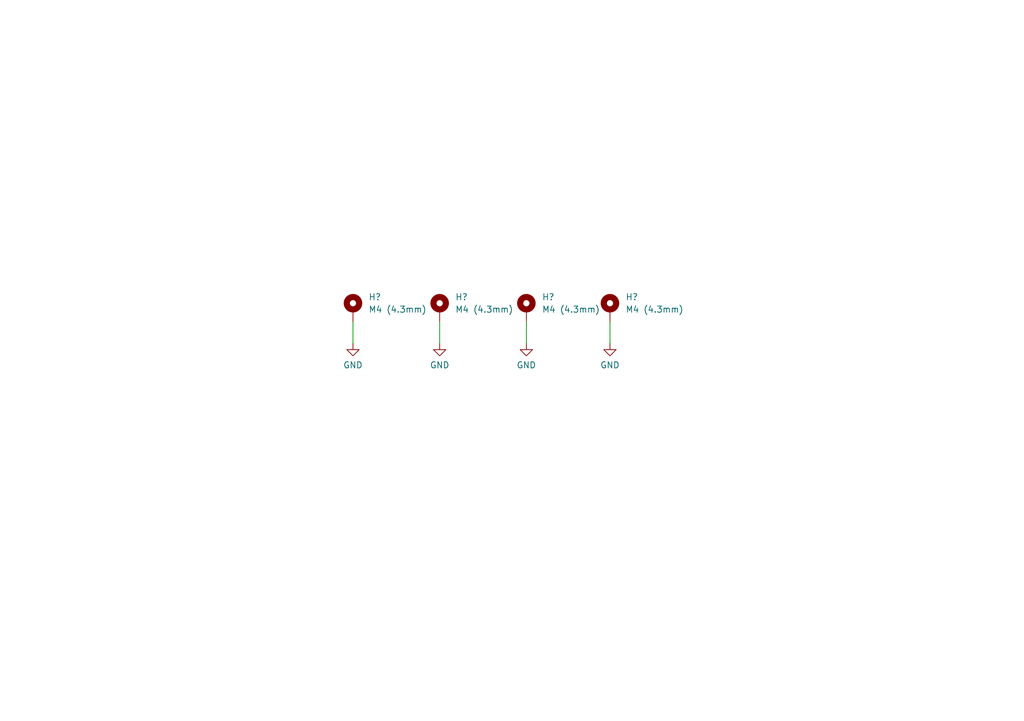
<source format=kicad_sch>
(kicad_sch (version 20211123) (generator eeschema)
  (paper "A5")
  (title_block (title "Mechanical parts") (date "2023-03-11") (company "EPFL Xplore") (comment 2 "Vincent Nguyen"))
  (lib_symbols
    (symbol "Mechanical:MountingHole_Pad" (pin_numbers hide) (pin_names (offset 1.016) hide)
      (property "Reference" "H" (at 0 6.35 0))
      (property "Value" "MountingHole_Pad" (at 0 4.445 0))
      (symbol "MountingHole_Pad_0_1"
        (circle (center 0 1.27) (radius 1.27) (stroke (width 1.27)))
      )
      (symbol "MountingHole_Pad_1_1"
        (pin input line (at 0 -2.54 90) (length 2.54) (name "1") (number "1"))
      )
    )
    (symbol "power:GND" (power) (pin_names (offset 0))
      (property "Value" "GND" (at 0 -3.81 0))
      (symbol "GND_0_1"
        (polyline (pts (xy 0 0) (xy 0 -1.27) (xy 1.27 -1.27) (xy 0 -2.54) (xy -1.27 -1.27) (xy 0 -1.27)))
      )
      (symbol "GND_1_1"
        (pin power_in line (at 0 0 270) (length 0) hide (name "GND") (number "1"))
      )
    )
  )
  (wire (pts (xy 107.95 70.485) (xy 107.95 66.04)))
  (wire (pts (xy 125.095 70.485) (xy 125.095 66.04)))
  (wire (pts (xy 90.17 70.485) (xy 90.17 66.04)))
  (wire (pts (xy 72.39 70.485) (xy 72.39 66.04)))
  (symbol (lib_id "power:GND") (at 90.17 70.485 0) (unit 1)
    (property "Reference" "#PWR?" (effects hide))
    (property "Value" "GND" (at 90.17 74.93 0))
  )
  (symbol (lib_id "power:GND") (at 125.095 70.485 0) (unit 1)
    (property "Reference" "#PWR?" (effects hide))
    (property "Value" "GND" (at 125.095 74.93 0))
  )
  (symbol (lib_id "power:GND") (at 72.39 70.485 0) (unit 1)
    (property "Reference" "#PWR?" (effects hide))
    (property "Value" "GND" (at 72.39 74.93 0))
  )
  (symbol (lib_id "Mechanical:MountingHole_Pad") (at 72.39 63.5 0) (unit 1) (in_bom no)
    (property "Reference" "H?" (at 75.565 60.9599 0) (effects (justify left)))
    (property "Value" "M4 (4.3mm)" (at 75.565 63.4999 0) (effects (justify left)))
    (property "Footprint" "MountingHole:MountingHole_4.3mm_M4_Pad_Via" (effects hide))
  )
  (symbol (lib_id "Mechanical:MountingHole_Pad") (at 107.95 63.5 0) (unit 1) (in_bom no)
    (property "Reference" "H?" (at 111.125 60.9599 0) (effects (justify left)))
    (property "Value" "M4 (4.3mm)" (at 111.125 63.4999 0) (effects (justify left)))
    (property "Footprint" "MountingHole:MountingHole_4.3mm_M4_Pad_Via" (effects hide))
  )
  (symbol (lib_id "power:GND") (at 107.95 70.485 0) (unit 1)
    (property "Reference" "#PWR?" (effects hide))
    (property "Value" "GND" (at 107.95 74.93 0))
  )
  (symbol (lib_id "Mechanical:MountingHole_Pad") (at 125.095 63.5 0) (unit 1) (in_bom no)
    (property "Reference" "H?" (at 128.27 60.9599 0) (effects (justify left)))
    (property "Value" "M4 (4.3mm)" (at 128.27 63.4999 0) (effects (justify left)))
    (property "Footprint" "MountingHole:MountingHole_4.3mm_M4_Pad_Via" (effects hide))
  )
  (symbol (lib_id "Mechanical:MountingHole_Pad") (at 90.17 63.5 0) (unit 1) (in_bom no)
    (property "Reference" "H?" (at 93.345 60.9599 0) (effects (justify left)))
    (property "Value" "M4 (4.3mm)" (at 93.345 63.4999 0) (effects (justify left)))
    (property "Footprint" "MountingHole:MountingHole_4.3mm_M4_Pad_Via" (effects hide))
  )
)
</source>
